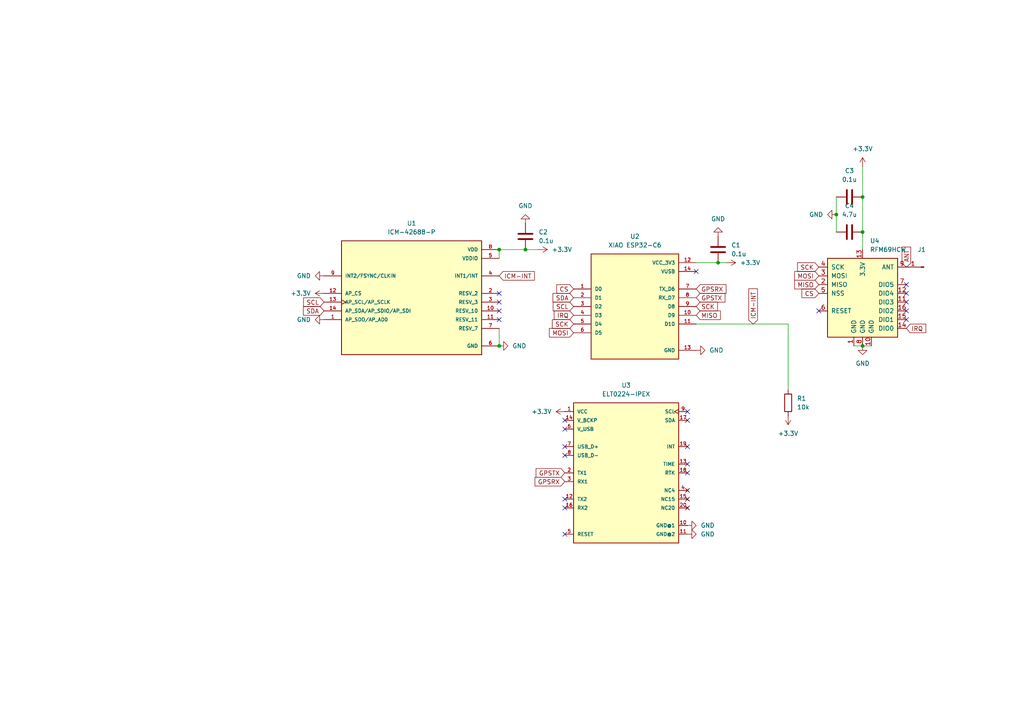
<source format=kicad_sch>
(kicad_sch (version 20250114) (generator "eeschema") (generator_version "9.0")
  (paper "A4")
  (lib_symbols
    (symbol "Connector:Conn_01x01_Pin" (pin_names (offset 1.016) (hide yes))
      (property "Reference" "J" (at 0 2.54 0))
      (property "Value" "Conn_01x01_Pin" (at 0 -2.54 0))
      (symbol "Conn_01x01_Pin_1_1"
        (rectangle (start 0.8636 0.127) (end 0 -0.127) (stroke (width 0.1524)) (fill (type outline)))
        (polyline (pts (xy 1.27 0) (xy 0.8636 0)) (stroke (width 0.1524)))
        (pin passive line (at 5.08 0 180) (length 3.81) (name "Pin_1") (number "1"))
      )
    )
    (symbol "Device:C" (pin_numbers (hide yes)) (pin_names (offset 0.254))
      (property "Reference" "C" (at 0.635 2.54 0))
      (property "Value" "C" (at 0.635 -2.54 0))
      (symbol "C_0_1"
        (polyline (pts (xy -2.032 0.762) (xy 2.032 0.762)) (stroke (width 0.508)))
        (polyline (pts (xy -2.032 -0.762) (xy 2.032 -0.762)) (stroke (width 0.508)))
      )
      (symbol "C_1_1"
        (pin passive line (at 0 3.81 270) (length 2.794) (name "~") (number "1"))
        (pin passive line (at 0 -3.81 90) (length 2.794) (name "~") (number "2"))
      )
    )
    (symbol "Device:R" (pin_numbers (hide yes)) (pin_names (offset 0))
      (property "Reference" "R" (at 2.032 0 90))
      (property "Value" "R" (at 0 0 90))
      (symbol "R_0_1"
        (rectangle (start -1.016 -2.54) (end 1.016 2.54) (stroke (width 0.254)))
      )
      (symbol "R_1_1"
        (pin passive line (at 0 3.81 270) (length 1.27) (name "~") (number "1"))
        (pin passive line (at 0 -3.81 90) (length 1.27) (name "~") (number "2"))
      )
    )
    (symbol "ELT0224:ELT0224-IPEX" (pin_names (offset 1.016))
      (property "Reference" "U" (at -15.24 22.86 0))
      (property "Value" "ELT0224-IPEX" (at -15.24 -25.4 0))
      (symbol "ELT0224-IPEX_0_0"
        (rectangle (start -15.24 -20.32) (end 15.24 20.32) (stroke (width 0.25)) (fill (type background)))
        (pin power_in line (at -17.78 17.78 0) (length 2.54) (name "VCC") (number "1"))
        (pin power_in line (at -17.78 15.24 0) (length 2.54) (name "V_BCKP") (number "14"))
        (pin power_in line (at -17.78 12.7 0) (length 2.54) (name "V_USB") (number "6"))
        (pin bidirectional line (at -17.78 7.62 0) (length 2.54) (name "USB_D+") (number "7"))
        (pin bidirectional line (at -17.78 5.08 0) (length 2.54) (name "USB_D-") (number "8"))
        (pin output line (at -17.78 0 0) (length 2.54) (name "TX1") (number "2"))
        (pin input line (at -17.78 -2.54 0) (length 2.54) (name "RX1") (number "3"))
        (pin output line (at -17.78 -7.62 0) (length 2.54) (name "TX2") (number "12"))
        (pin input line (at -17.78 -10.16 0) (length 2.54) (name "RX2") (number "16"))
        (pin input line (at -17.78 -17.78 0) (length 2.54) (name "RESET") (number "5"))
        (pin input clock (at 17.78 17.78 180) (length 2.54) (name "SCL") (number "9"))
        (pin bidirectional line (at 17.78 15.24 180) (length 2.54) (name "SDA") (number "17"))
        (pin input line (at 17.78 7.62 180) (length 2.54) (name "INT") (number "19"))
        (pin output line (at 17.78 2.54 180) (length 2.54) (name "TIME") (number "13"))
        (pin output line (at 17.78 0 180) (length 2.54) (name "RTK") (number "18"))
        (pin no_connect line (at 17.78 -5.08 180) (length 2.54) (name "NC4") (number "4"))
        (pin no_connect line (at 17.78 -7.62 180) (length 2.54) (name "NC15") (number "15"))
        (pin no_connect line (at 17.78 -10.16 180) (length 2.54) (name "NC20") (number "20"))
        (pin power_in line (at 17.78 -15.24 180) (length 2.54) (name "GND@1") (number "10"))
        (pin power_in line (at 17.78 -17.78 180) (length 2.54) (name "GND@2") (number "11"))
      )
    )
    (symbol "ICM-42688:ICM-42688-P" (pin_names (offset 1.016))
      (property "Reference" "U" (at -20.32 16.002 0))
      (property "Value" "ICM-42688-P" (at -20.32 -20.32 0))
      (symbol "ICM-42688-P_0_0"
        (rectangle (start -20.32 -17.78) (end 20.32 15.24) (stroke (width 0.254)) (fill (type background)))
        (pin bidirectional line (at -25.4 5.08 0) (length 5.08) (name "INT2/FSYNC/CLKIN") (number "9"))
        (pin input line (at -25.4 0 0) (length 5.08) (name "AP_CS") (number "12"))
        (pin input clock (at -25.4 -2.54 0) (length 5.08) (name "AP_SCL/AP_SCLK") (number "13"))
        (pin bidirectional line (at -25.4 -5.08 0) (length 5.08) (name "AP_SDA/AP_SDIO/AP_SDI") (number "14"))
        (pin bidirectional line (at -25.4 -7.62 0) (length 5.08) (name "AP_SDO/AP_AD0") (number "1"))
        (pin power_in line (at 25.4 12.7 180) (length 5.08) (name "VDD") (number "8"))
        (pin power_in line (at 25.4 10.16 180) (length 5.08) (name "VDDIO") (number "5"))
        (pin output line (at 25.4 5.08 180) (length 5.08) (name "INT1/INT") (number "4"))
        (pin passive line (at 25.4 0 180) (length 5.08) (name "RESV_2") (number "2"))
        (pin passive line (at 25.4 -2.54 180) (length 5.08) (name "RESV_3") (number "3"))
        (pin passive line (at 25.4 -5.08 180) (length 5.08) (name "RESV_10") (number "10"))
        (pin passive line (at 25.4 -7.62 180) (length 5.08) (name "RESV_11") (number "11"))
        (pin passive line (at 25.4 -10.16 180) (length 5.08) (name "RESV_7") (number "7"))
        (pin power_in line (at 25.4 -15.24 180) (length 5.08) (name "GND") (number "6"))
      )
    )
    (symbol "RF_Module:RFM69HCW" (pin_names (offset 1.016))
      (property "Reference" "U" (at -10.414 11.684 0))
      (property "Value" "RFM69HCW" (at 1.524 11.43 0))
      (symbol "RFM69HCW_0_1"
        (rectangle (start -10.16 10.16) (end 10.16 -12.7) (stroke (width 0.254)) (fill (type background)))
      )
      (symbol "RFM69HCW_1_1"
        (pin input line (at -12.7 7.62 0) (length 2.54) (name "SCK") (number "4"))
        (pin input line (at -12.7 5.08 0) (length 2.54) (name "MOSI") (number "3"))
        (pin output line (at -12.7 2.54 0) (length 2.54) (name "MISO") (number "2"))
        (pin input line (at -12.7 0 0) (length 2.54) (name "NSS") (number "5"))
        (pin bidirectional line (at -12.7 -5.08 0) (length 2.54) (name "RESET") (number "6"))
        (pin power_in line (at -2.54 -15.24 90) (length 2.54) (name "GND") (number "1"))
        (pin power_in line (at 0 12.7 270) (length 2.54) (name "3.3V") (number "13"))
        (pin power_in line (at 0 -15.24 90) (length 2.54) (name "GND") (number "8"))
        (pin power_in line (at 2.54 -15.24 90) (length 2.54) (name "GND") (number "10"))
        (pin bidirectional line (at 12.7 7.62 180) (length 2.54) (name "ANT") (number "9"))
        (pin bidirectional line (at 12.7 2.54 180) (length 2.54) (name "DIO5") (number "7"))
        (pin bidirectional line (at 12.7 0 180) (length 2.54) (name "DIO4") (number "12"))
        (pin bidirectional line (at 12.7 -2.54 180) (length 2.54) (name "DIO3") (number "11"))
        (pin bidirectional line (at 12.7 -5.08 180) (length 2.54) (name "DIO2") (number "16"))
        (pin bidirectional line (at 12.7 -7.62 180) (length 2.54) (name "DIO1") (number "15"))
        (pin bidirectional line (at 12.7 -10.16 180) (length 2.54) (name "DIO0") (number "14"))
      )
    )
    (symbol "XIAO ESP32-C3:113991054" (pin_names (offset 1.016))
      (property "Reference" "U" (at -12.7 16.002 0))
      (property "Value" "113991054" (at -12.7 -17.78 0))
      (symbol "113991054_0_0"
        (rectangle (start -12.7 -15.24) (end 12.7 15.24) (stroke (width 0.254)) (fill (type background)))
        (pin bidirectional line (at -17.78 5.08 0) (length 5.08) (name "D0") (number "1"))
        (pin bidirectional line (at -17.78 2.54 0) (length 5.08) (name "D1") (number "2"))
        (pin bidirectional line (at -17.78 0 0) (length 5.08) (name "D2") (number "3"))
        (pin bidirectional line (at -17.78 -2.54 0) (length 5.08) (name "D3") (number "4"))
        (pin bidirectional line (at -17.78 -5.08 0) (length 5.08) (name "D4") (number "5"))
        (pin bidirectional line (at -17.78 -7.62 0) (length 5.08) (name "D5") (number "6"))
        (pin power_in line (at 17.78 12.7 180) (length 5.08) (name "VCC_3V3") (number "12"))
        (pin power_in line (at 17.78 10.16 180) (length 5.08) (name "VUSB") (number "14"))
        (pin bidirectional line (at 17.78 5.08 180) (length 5.08) (name "TX_D6") (number "7"))
        (pin bidirectional line (at 17.78 2.54 180) (length 5.08) (name "RX_D7") (number "8"))
        (pin bidirectional line (at 17.78 0 180) (length 5.08) (name "D8") (number "9"))
        (pin bidirectional line (at 17.78 -2.54 180) (length 5.08) (name "D9") (number "10"))
        (pin bidirectional line (at 17.78 -5.08 180) (length 5.08) (name "D10") (number "11"))
        (pin power_in line (at 17.78 -12.7 180) (length 5.08) (name "GND") (number "13"))
      )
    )
    (symbol "power:+3.3V" (power) (pin_numbers (hide yes)) (pin_names (offset 0) (hide yes))
      (property "Value" "+3.3V" (at 0 3.556 0))
      (symbol "+3.3V_0_1"
        (polyline (pts (xy -0.762 1.27) (xy 0 2.54)))
        (polyline (pts (xy 0 2.54) (xy 0.762 1.27)))
        (polyline (pts (xy 0 0) (xy 0 2.54)))
      )
      (symbol "+3.3V_1_1"
        (pin power_in line (at 0 0 90) (length 0) (name "~") (number "1"))
      )
    )
    (symbol "power:GND" (power) (pin_numbers (hide yes)) (pin_names (offset 0) (hide yes))
      (property "Value" "GND" (at 0 -3.81 0))
      (symbol "GND_0_1"
        (polyline (pts (xy 0 0) (xy 0 -1.27) (xy 1.27 -1.27) (xy 0 -2.54) (xy -1.27 -1.27) (xy 0 -1.27)))
      )
      (symbol "GND_1_1"
        (pin power_in line (at 0 0 270) (length 0) (name "~") (number "1"))
      )
    )
  )
  (junction (at 242.57 62.23))
  (junction (at 250.19 100.33))
  (junction (at 144.78 72.39))
  (junction (at 144.78 100.33))
  (junction (at 250.19 57.15))
  (junction (at 250.19 67.31))
  (junction (at 208.28 76.2))
  (junction (at 152.4 72.39))
  (no_connect (at 163.83 154.94))
  (no_connect (at 199.39 142.24))
  (no_connect (at 262.89 87.63))
  (no_connect (at 262.89 85.09))
  (no_connect (at 144.78 85.09))
  (no_connect (at 163.83 121.92))
  (no_connect (at 262.89 90.17))
  (no_connect (at 199.39 134.62))
  (no_connect (at 144.78 90.17))
  (no_connect (at 237.49 90.17))
  (no_connect (at 262.89 82.55))
  (no_connect (at 199.39 129.54))
  (no_connect (at 144.78 92.71))
  (no_connect (at 163.83 144.78))
  (no_connect (at 163.83 147.32))
  (no_connect (at 199.39 137.16))
  (no_connect (at 199.39 147.32))
  (no_connect (at 163.83 132.08))
  (no_connect (at 163.83 124.46))
  (no_connect (at 199.39 144.78))
  (no_connect (at 262.89 92.71))
  (no_connect (at 144.78 87.63))
  (no_connect (at 199.39 119.38))
  (no_connect (at 201.93 78.74))
  (no_connect (at 199.39 121.92))
  (no_connect (at 163.83 129.54))
  (wire (pts (xy 250.19 48.26) (xy 250.19 57.15)))
  (wire (pts (xy 250.19 57.15) (xy 250.19 67.31)))
  (wire (pts (xy 144.78 95.25) (xy 144.78 100.33)))
  (wire (pts (xy 152.4 72.39) (xy 144.78 72.39)))
  (wire (pts (xy 210.82 76.2) (xy 208.28 76.2)))
  (wire (pts (xy 250.19 100.33) (xy 252.73 100.33)))
  (wire (pts (xy 247.65 100.33) (xy 250.19 100.33)))
  (wire (pts (xy 201.93 93.98) (xy 228.6 93.98)))
  (wire (pts (xy 156.21 72.39) (xy 152.4 72.39)))
  (wire (pts (xy 228.6 93.98) (xy 228.6 113.03)))
  (wire (pts (xy 144.78 72.39) (xy 144.78 74.93)))
  (wire (pts (xy 208.28 76.2) (xy 201.93 76.2)))
  (wire (pts (xy 242.57 57.15) (xy 242.57 62.23)))
  (wire (pts (xy 250.19 67.31) (xy 250.19 72.39)))
  (wire (pts (xy 242.57 62.23) (xy 242.57 67.31)))
  (global_label "SCK" (shape input) (at 237.49 77.47 180) (property "Intersheetrefs" "${INTERSHEET_REFS}" (effects (hide yes))))
  (global_label "SCL" (shape input) (at 166.37 88.9 180) (property "Intersheetrefs" "${INTERSHEET_REFS}" (effects (hide yes))))
  (global_label "ANT" (shape input) (at 262.89 77.47 90) (property "Intersheetrefs" "${INTERSHEET_REFS}" (effects (hide yes))))
  (global_label "GPSRX" (shape input) (at 163.83 139.7 180) (property "Intersheetrefs" "${INTERSHEET_REFS}" (effects (hide yes))))
  (global_label "SCK" (shape input) (at 166.37 93.98 180) (property "Intersheetrefs" "${INTERSHEET_REFS}" (effects (hide yes))))
  (global_label "ICM-INT" (shape input) (at 144.78 80.01 0) (property "Intersheetrefs" "${INTERSHEET_REFS}" (effects (hide yes))))
  (global_label "MOSI" (shape input) (at 237.49 80.01 180) (property "Intersheetrefs" "${INTERSHEET_REFS}" (effects (hide yes))))
  (global_label "SCK" (shape input) (at 201.93 88.9 0) (property "Intersheetrefs" "${INTERSHEET_REFS}" (effects (hide yes))))
  (global_label "IRQ" (shape input) (at 166.37 91.44 180) (property "Intersheetrefs" "${INTERSHEET_REFS}" (effects (hide yes))))
  (global_label "GPSTX" (shape input) (at 201.93 86.36 0) (property "Intersheetrefs" "${INTERSHEET_REFS}" (effects (hide yes))))
  (global_label "CS" (shape input) (at 237.49 85.09 180) (property "Intersheetrefs" "${INTERSHEET_REFS}" (effects (hide yes))))
  (global_label "IRQ" (shape input) (at 262.89 95.25 0) (property "Intersheetrefs" "${INTERSHEET_REFS}" (effects (hide yes))))
  (global_label "GPSTX" (shape input) (at 163.83 137.16 180) (property "Intersheetrefs" "${INTERSHEET_REFS}" (effects (hide yes))))
  (global_label "SDA" (shape input) (at 93.98 90.17 180) (property "Intersheetrefs" "${INTERSHEET_REFS}" (effects (hide yes))))
  (global_label "SDA" (shape input) (at 166.37 86.36 180) (property "Intersheetrefs" "${INTERSHEET_REFS}" (effects (hide yes))))
  (global_label "MOSI" (shape input) (at 166.37 96.52 180) (property "Intersheetrefs" "${INTERSHEET_REFS}" (effects (hide yes))))
  (global_label "MISO" (shape input) (at 237.49 82.55 180) (property "Intersheetrefs" "${INTERSHEET_REFS}" (effects (hide yes))))
  (global_label "ICM-INT" (shape input) (at 218.44 93.98 90) (property "Intersheetrefs" "${INTERSHEET_REFS}" (effects (hide yes))))
  (global_label "SCL" (shape input) (at 93.98 87.63 180) (property "Intersheetrefs" "${INTERSHEET_REFS}" (effects (hide yes))))
  (global_label "GPSRX" (shape input) (at 201.93 83.82 0) (property "Intersheetrefs" "${INTERSHEET_REFS}" (effects (hide yes))))
  (global_label "MISO" (shape input) (at 201.93 91.44 0) (property "Intersheetrefs" "${INTERSHEET_REFS}" (effects (hide yes))))
  (global_label "CS" (shape input) (at 166.37 83.82 180) (property "Intersheetrefs" "${INTERSHEET_REFS}" (effects (hide yes))))
  (symbol (lib_id "Device:R") (at 228.6 116.84 0) (unit 1)
    (property "Reference" "R1" (at 231.14 115.5699 0) (effects (justify left)))
    (property "Value" "10k" (at 231.14 118.1099 0) (effects (justify left)))
    (property "Footprint" "Resistor_SMD:R_0805_2012Metric" (effects (hide yes)))
    (property "Description" "Resistor" (effects (hide yes)))
  )
  (symbol (lib_id "power:+3.3V") (at 228.6 120.65 180) (unit 1)
    (property "Reference" "#PWR013" (effects (hide yes)))
    (property "Value" "+3.3V" (at 228.6 125.73 0))
    (property "Description" "Power symbol creates a global label with name \"+3.3V\"" (effects (hide yes)))
  )
  (symbol (lib_id "XIAO ESP32-C3:113991054") (at 184.15 88.9 0) (unit 1)
    (property "Reference" "U2" (at 184.15 68.58 0))
    (property "Value" "XIAO ESP32-C6" (at 184.15 71.12 0))
    (property "Footprint" "footprints:MODULE_113991054" (effects (hide yes)))
    (property "MF" "Seeed Technology Co., Ltd" (effects (hide yes)))
    (property "MAXIMUM_PACKAGE_HEIGHT" "N/A" (effects (hide yes)))
    (property "Package" "None" (effects (hide yes)))
    (property "Price" "None" (effects (hide yes)))
    (property "Check_prices" "https://www.snapeda.com/parts/113991054/Seeed+Studio/view-part/?ref=eda" (effects (hide yes)))
    (property "STANDARD" "Manufacturer Recommendations" (effects (hide yes)))
    (property "PARTREV" "23/05/2022" (effects (hide yes)))
    (property "SnapEDA_Link" "https://www.snapeda.com/parts/113991054/Seeed+Studio/view-part/?ref=snap" (effects (hide yes)))
    (property "MP" "113991054" (effects (hide yes)))
    (property "Description_1" "- ESP32-C3 Transceiver; 802.11 a/b/g/n (Wi-Fi, WiFi, WLAN), Bluetooth® Smart 4.x Low Energy (BLE) 2.4GHz Evaluation Board" (effects (hide yes)))
    (property "SNAPEDA_PN" "113991054" (effects (hide yes)))
    (property "Availability" "In Stock" (effects (hide yes)))
    (property "MANUFACTURER" "Seeed Technology" (effects (hide yes)))
  )
  (symbol (lib_id "ICM-42688:ICM-42688-P") (at 119.38 85.09 0) (unit 1)
    (property "Reference" "U1" (at 119.38 64.77 0))
    (property "Value" "ICM-42688-P" (at 119.38 67.31 0))
    (property "Footprint" "footprints:PQFN50P300X250X97-14N" (effects (hide yes)))
    (property "PARTREV" "1.2" (effects (hide yes)))
    (property "STANDARD" "IPC-7351B" (effects (hide yes)))
    (property "MAXIMUM_PACKAGE_HEIGHT" "0.97mm" (effects (hide yes)))
    (property "MANUFACTURER" "TDK InvenSense" (effects (hide yes)))
  )
  (symbol (lib_id "power:GND") (at 242.57 62.23 270) (unit 1)
    (property "Reference" "#PWR016" (effects (hide yes)))
    (property "Value" "GND" (at 238.76 62.2299 90) (effects (justify right)))
    (property "Description" "Power symbol creates a global label with name \"GND\" , ground" (effects (hide yes)))
  )
  (symbol (lib_id "power:GND") (at 144.78 100.33 90) (unit 1)
    (property "Reference" "#PWR01" (effects (hide yes)))
    (property "Value" "GND" (at 148.59 100.3299 90) (effects (justify right)))
    (property "Description" "Power symbol creates a global label with name \"GND\" , ground" (effects (hide yes)))
  )
  (symbol (lib_id "power:GND") (at 199.39 152.4 90) (unit 1)
    (property "Reference" "#PWR06" (effects (hide yes)))
    (property "Value" "GND" (at 203.2 152.3999 90) (effects (justify right)))
    (property "Description" "Power symbol creates a global label with name \"GND\" , ground" (effects (hide yes)))
  )
  (symbol (lib_id "power:GND") (at 152.4 64.77 180) (unit 1)
    (property "Reference" "#PWR015" (effects (hide yes)))
    (property "Value" "GND" (at 152.4 59.69 0))
    (property "Description" "Power symbol creates a global label with name \"GND\" , ground" (effects (hide yes)))
  )
  (symbol (lib_id "Device:C") (at 152.4 68.58 0) (unit 1)
    (property "Reference" "C2" (at 156.21 67.3099 0) (effects (justify left)))
    (property "Value" "0.1u" (at 156.21 69.8499 0) (effects (justify left)))
    (property "Description" "Unpolarized capacitor" (effects (hide yes)))
  )
  (symbol (lib_id "RF_Module:RFM69HCW") (at 250.19 85.09 0) (unit 1)
    (property "Reference" "U4" (at 252.3333 69.85 0) (effects (justify left)))
    (property "Value" "RFM69HCW" (at 252.3333 72.39 0) (effects (justify left)))
    (property "Footprint" "RF_Module:HOPERF_RFM69HW" (effects (hide yes)))
    (property "Datasheet" "https://www.hoperf.com/data/upload/portal/20181127/5bfcb8284d838.pdf" (effects (hide yes)))
    (property "Description" "Low power ISM Radio Transceiver Module, SPI interface, AES encryption, 434 or 915 MHz, up to 100mW, up to 300 kb/s, SMD-16, DIP-16" (effects (hide yes)))
  )
  (symbol (lib_id "power:GND") (at 199.39 154.94 90) (unit 1)
    (property "Reference" "#PWR05" (effects (hide yes)))
    (property "Value" "GND" (at 203.2 154.9399 90) (effects (justify right)))
    (property "Description" "Power symbol creates a global label with name \"GND\" , ground" (effects (hide yes)))
  )
  (symbol (lib_id "power:GND") (at 93.98 92.71 270) (unit 1)
    (property "Reference" "#PWR012" (effects (hide yes)))
    (property "Value" "GND" (at 90.17 92.7099 90) (effects (justify right)))
    (property "Description" "Power symbol creates a global label with name \"GND\" , ground" (effects (hide yes)))
  )
  (symbol (lib_id "power:GND") (at 208.28 68.58 180) (unit 1)
    (property "Reference" "#PWR014" (effects (hide yes)))
    (property "Value" "GND" (at 208.28 63.5 0))
    (property "Description" "Power symbol creates a global label with name \"GND\" , ground" (effects (hide yes)))
  )
  (symbol (lib_id "Device:C") (at 246.38 67.31 90) (unit 1)
    (property "Reference" "C4" (at 246.38 59.69 90))
    (property "Value" "4.7u" (at 246.38 62.23 90))
    (property "Description" "Unpolarized capacitor" (effects (hide yes)))
  )
  (symbol (lib_id "power:+3.3V") (at 163.83 119.38 90) (unit 1)
    (property "Reference" "#PWR07" (effects (hide yes)))
    (property "Value" "+3.3V" (at 160.02 119.3799 90) (effects (justify left)))
    (property "Description" "Power symbol creates a global label with name \"+3.3V\"" (effects (hide yes)))
  )
  (symbol (lib_id "Device:C") (at 208.28 72.39 0) (unit 1)
    (property "Reference" "C1" (at 212.09 71.1199 0) (effects (justify left)))
    (property "Value" "0.1u" (at 212.09 73.6599 0) (effects (justify left)))
    (property "Description" "Unpolarized capacitor" (effects (hide yes)))
  )
  (symbol (lib_id "power:GND") (at 250.19 100.33 0) (unit 1)
    (property "Reference" "#PWR08" (effects (hide yes)))
    (property "Value" "GND" (at 250.19 105.41 0))
    (property "Description" "Power symbol creates a global label with name \"GND\" , ground" (effects (hide yes)))
  )
  (symbol (lib_id "power:+3.3V") (at 93.98 85.09 90) (unit 1)
    (property "Reference" "#PWR011" (effects (hide yes)))
    (property "Value" "+3.3V" (at 90.17 85.0899 90) (effects (justify left)))
    (property "Description" "Power symbol creates a global label with name \"+3.3V\"" (effects (hide yes)))
  )
  (symbol (lib_id "Connector:Conn_01x01_Pin") (at 267.97 77.47 180) (unit 1)
    (property "Reference" "J1" (at 267.335 72.39 0))
    (property "Value" "Conn_01x01_Pin" (effects (hide yes)))
    (property "Description" "Generic connector, single row, 01x01, script generated" (effects (hide yes)))
  )
  (symbol (lib_id "power:+3.3V") (at 250.19 48.26 0) (unit 1)
    (property "Reference" "#PWR09" (effects (hide yes)))
    (property "Value" "+3.3V" (at 250.19 43.18 0))
    (property "Description" "Power symbol creates a global label with name \"+3.3V\"" (effects (hide yes)))
  )
  (symbol (lib_id "power:+3.3V") (at 156.21 72.39 270) (unit 1)
    (property "Reference" "#PWR02" (effects (hide yes)))
    (property "Value" "+3.3V" (at 160.02 72.3899 90) (effects (justify left)))
    (property "Description" "Power symbol creates a global label with name \"+3.3V\"" (effects (hide yes)))
  )
  (symbol (lib_id "power:GND") (at 93.98 80.01 270) (unit 1)
    (property "Reference" "#PWR010" (effects (hide yes)))
    (property "Value" "GND" (at 90.17 80.0099 90) (effects (justify right)))
    (property "Description" "Power symbol creates a global label with name \"GND\" , ground" (effects (hide yes)))
  )
  (symbol (lib_id "power:GND") (at 201.93 101.6 90) (unit 1)
    (property "Reference" "#PWR03" (effects (hide yes)))
    (property "Value" "GND" (at 205.74 101.5999 90) (effects (justify right)))
    (property "Description" "Power symbol creates a global label with name \"GND\" , ground" (effects (hide yes)))
  )
  (symbol (lib_id "ELT0224:ELT0224-IPEX") (at 181.61 137.16 0) (unit 1)
    (property "Reference" "U3" (at 181.61 111.76 0))
    (property "Value" "ELT0224-IPEX" (at 181.61 114.3 0))
    (property "Footprint" "ELT0224-IPEX:ELT0224-IPEX" (effects (hide yes)))
    (property "MF" "GNSS OEM" (effects (hide yes)))
    (property "Description_1" "UM980 Micro Form Factor All-constellation High Precision GNSS Receiver with USB, I2C, UART, SPI with SMA or IPEX antenna connectors. Base or Rover operation." (effects (hide yes)))
    (property "Package" "None" (effects (hide yes)))
    (property "Price" "None" (effects (hide yes)))
    (property "Check_prices" "https://www.snapeda.com/parts/ELT0224-IPEX/GNSS+OEM/view-part/?ref=eda" (effects (hide yes)))
    (property "SnapEDA_Link" "https://www.snapeda.com/parts/ELT0224-IPEX/GNSS+OEM/view-part/?ref=snap" (effects (hide yes)))
    (property "MP" "ELT0224-IPEX" (effects (hide yes)))
    (property "Availability" "Not in stock" (effects (hide yes)))
    (property "MANUFACTURER" "GNSS OEM" (effects (hide yes)))
  )
  (symbol (lib_id "Device:C") (at 246.38 57.15 90) (unit 1)
    (property "Reference" "C3" (at 246.38 49.53 90))
    (property "Value" "0.1u" (at 246.38 52.07 90))
    (property "Description" "Unpolarized capacitor" (effects (hide yes)))
  )
  (symbol (lib_id "power:+3.3V") (at 210.82 76.2 270) (unit 1)
    (property "Reference" "#PWR04" (effects (hide yes)))
    (property "Value" "+3.3V" (at 214.63 76.1999 90) (effects (justify left)))
    (property "Description" "Power symbol creates a global label with name \"+3.3V\"" (effects (hide yes)))
  )
)
</source>
